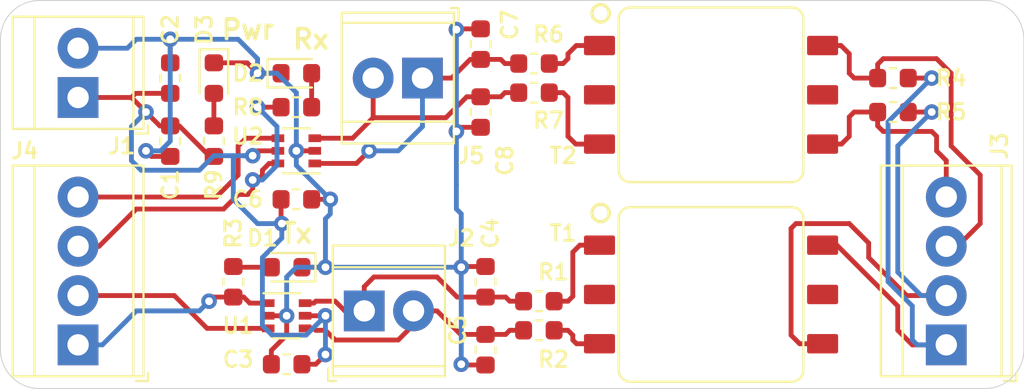
<source format=kicad_pcb>
(kicad_pcb (version 20221018) (generator pcbnew)
  (layers (0 "F.Cu" signal) (31 "B.Cu" signal) (34 "B.Paste" user) (35 "F.Paste" user) (36 "B.SilkS" user "B.Silkscreen") (37 "F.SilkS" user "F.Silkscreen") (38 "B.Mask" user) (39 "F.Mask" user) (44 "Edge.Cuts" user))
  (net 0 "")
  (net 1 "GND")
  (net 2 "+3V3")
  (net 3 "Net-(C4-Pad2)")
  (net 4 "Net-(C5-Pad2)")
  (net 5 "Net-(C7-Pad2)")
  (net 6 "Net-(C8-Pad2)")
  (net 7 "Net-(D1-Pad2)")
  (net 8 "Net-(D2-Pad2)")
  (net 9 "Net-(D3-Pad2)")
  (net 10 "Net-(J3-Pad4)")
  (net 11 "Net-(J3-Pad3)")
  (net 12 "Net-(J3-Pad2)")
  (net 13 "Net-(J3-Pad1)")
  (net 14 "Net-(J4-Pad4)")
  (net 15 "Net-(J4-Pad3)")
  (net 16 "Net-(J4-Pad2)")
  (net 17 "Net-(J4-Pad1)")
  (net 18 "Net-(R1-Pad1)")
  (net 19 "Net-(R2-Pad1)")
  (net 20 "Net-(R6-Pad1)")
  (net 21 "Net-(R7-Pad1)")
  (net 22 "Net-(T1-Pad5)")
  (net 23 "Net-(T1-Pad2)")
  (net 24 "Net-(T2-Pad5)")
  (net 25 "Net-(T2-Pad2)")
  (footprint "Capacitor_SMD:C_0603_1608Metric" (layer "F.Cu") (at 119.75 94 90)
    (fp_text reference "C2" (at 2.5 0 90) (layer "F.SilkS") (effects (font (size 0.8 0.8))))
    (fp_text value "1uF" hide)
    (fp_line (start -0.162779 -0.51) (end 0.162779 -0.51) (stroke (width 0.12)) (layer "F.SilkS"))
    (fp_line (start -0.162779 0.51) (end 0.162779 0.51) (stroke (width 0.12)) (layer "F.SilkS"))
    (pad "1" smd roundrect (at -0.7875 0 90) (size 0.875 0.95) (layers "F.Cu" "F.Paste" "F.Mask") (net 2 "+3V3"))
    (pad "2" smd roundrect (at 0.7875 0 90) (size 0.875 0.95) (layers "F.Cu" "F.Paste" "F.Mask") (net 1 "GND"))
  )
  (footprint "Capacitor_SMD:C_0603_1608Metric" (layer "F.Cu") (at 125.75 108.75 180)
    (fp_text reference "C3" (at 2.5 0.25) (layer "F.SilkS") (effects (font (size 0.8 0.8))))
    (fp_text value "0.1uF" hide)
    (fp_line (start -0.162779 -0.51) (end 0.162779 -0.51) (stroke (width 0.12)) (layer "F.SilkS"))
    (fp_line (start -0.162779 0.51) (end 0.162779 0.51) (stroke (width 0.12)) (layer "F.SilkS"))
    (pad "1" smd roundrect (at -0.7875 0 180) (size 0.875 0.95) (layers "F.Cu" "F.Paste" "F.Mask") (net 2 "+3V3"))
    (pad "2" smd roundrect (at 0.7875 0 180) (size 0.875 0.95) (layers "F.Cu" "F.Paste" "F.Mask") (net 1 "GND"))
  )
  (footprint "Capacitor_SMD:C_0603_1608Metric" (layer "F.Cu") (at 136 104.5 -90)
    (fp_text reference "C4" (at -2.5 -0.25 90) (layer "F.SilkS") (effects (font (size 0.8 0.8))))
    (fp_text value "1nf" hide)
    (fp_line (start -0.162779 -0.51) (end 0.162779 -0.51) (stroke (width 0.12)) (layer "F.SilkS"))
    (fp_line (start -0.162779 0.51) (end 0.162779 0.51) (stroke (width 0.12)) (layer "F.SilkS"))
    (pad "1" smd roundrect (at -0.7875 0 270) (size 0.875 0.95) (layers "F.Cu" "F.Paste" "F.Mask") (net 1 "GND"))
    (pad "2" smd roundrect (at 0.7875 0 270) (size 0.875 0.95) (layers "F.Cu" "F.Paste" "F.Mask") (net 3 "Net-(C4-Pad2)"))
  )
  (footprint "Capacitor_SMD:C_0603_1608Metric" (layer "F.Cu") (at 136 108 90)
    (fp_text reference "C5" (at 1 -1.43 90) (layer "F.SilkS") (effects (font (size 0.8 0.8))))
    (fp_text value "1nf" hide)
    (fp_line (start -0.162779 -0.51) (end 0.162779 -0.51) (stroke (width 0.12)) (layer "F.SilkS"))
    (fp_line (start -0.162779 0.51) (end 0.162779 0.51) (stroke (width 0.12)) (layer "F.SilkS"))
    (pad "1" smd roundrect (at -0.7875 0 90) (size 0.875 0.95) (layers "F.Cu" "F.Paste" "F.Mask") (net 1 "GND"))
    (pad "2" smd roundrect (at 0.7875 0 90) (size 0.875 0.95) (layers "F.Cu" "F.Paste" "F.Mask") (net 4 "Net-(C5-Pad2)"))
  )
  (footprint "Capacitor_SMD:C_0603_1608Metric" (layer "F.Cu") (at 126.25 100.25)
    (fp_text reference "C6" (at -2.5 0) (layer "F.SilkS") (effects (font (size 0.8 0.8))))
    (fp_text value "0.1uF" hide)
    (fp_line (start -0.162779 -0.51) (end 0.162779 -0.51) (stroke (width 0.12)) (layer "F.SilkS"))
    (fp_line (start -0.162779 0.51) (end 0.162779 0.51) (stroke (width 0.12)) (layer "F.SilkS"))
    (pad "1" smd roundrect (at -0.7875 0) (size 0.875 0.95) (layers "F.Cu" "F.Paste" "F.Mask") (net 2 "+3V3"))
    (pad "2" smd roundrect (at 0.7875 0) (size 0.875 0.95) (layers "F.Cu" "F.Paste" "F.Mask") (net 1 "GND"))
  )
  (footprint "Capacitor_SMD:C_0603_1608Metric" (layer "F.Cu") (at 135.75 92.25 -90)
    (fp_text reference "C7" (at -1 -1.5 90) (layer "F.SilkS") (effects (font (size 0.8 0.8))))
    (fp_text value "1nf" hide)
    (fp_line (start -0.162779 -0.51) (end 0.162779 -0.51) (stroke (width 0.12)) (layer "F.SilkS"))
    (fp_line (start -0.162779 0.51) (end 0.162779 0.51) (stroke (width 0.12)) (layer "F.SilkS"))
    (pad "1" smd roundrect (at -0.7875 0 270) (size 0.875 0.95) (layers "F.Cu" "F.Paste" "F.Mask") (net 1 "GND"))
    (pad "2" smd roundrect (at 0.7875 0 270) (size 0.875 0.95) (layers "F.Cu" "F.Paste" "F.Mask") (net 5 "Net-(C7-Pad2)"))
  )
  (footprint "Capacitor_SMD:C_0603_1608Metric" (layer "F.Cu") (at 135.75 95.75 90)
    (fp_text reference "C8" (at -2.5 1.25 90) (layer "F.SilkS") (effects (font (size 0.8 0.8))))
    (fp_text value "1nf" hide)
    (fp_line (start -0.162779 -0.51) (end 0.162779 -0.51) (stroke (width 0.12)) (layer "F.SilkS"))
    (fp_line (start -0.162779 0.51) (end 0.162779 0.51) (stroke (width 0.12)) (layer "F.SilkS"))
    (pad "1" smd roundrect (at -0.7875 0 90) (size 0.875 0.95) (layers "F.Cu" "F.Paste" "F.Mask") (net 1 "GND"))
    (pad "2" smd roundrect (at 0.7875 0 90) (size 0.875 0.95) (layers "F.Cu" "F.Paste" "F.Mask") (net 6 "Net-(C8-Pad2)"))
  )
  (footprint "LED_SMD:LED_0603_1608Metric" (layer "F.Cu") (at 126.25 93.75)
    (fp_text reference "D2" (at -2.5 0) (layer "F.SilkS") (effects (font (size 0.8 0.8))))
    (fp_text value "LED" hide)
    (fp_line (start -1.485 -0.735) (end -1.485 0.735) (stroke (width 0.12)) (layer "F.SilkS"))
    (fp_line (start -1.485 0.735) (end 0.8 0.735) (stroke (width 0.12)) (layer "F.SilkS"))
    (fp_line (start 0.8 -0.735) (end -1.485 -0.735) (stroke (width 0.12)) (layer "F.SilkS"))
    (pad "1" smd roundrect (at -0.7875 0) (size 0.875 0.95) (layers "F.Cu" "F.Paste" "F.Mask") (net 1 "GND"))
    (pad "2" smd roundrect (at 0.7875 0) (size 0.875 0.95) (layers "F.Cu" "F.Paste" "F.Mask") (net 8 "Net-(D2-Pad2)"))
  )
  (footprint "LED_SMD:LED_0603_1608Metric" (layer "F.Cu") (at 122 94 -90)
    (fp_text reference "D3" (at -2.5 0.5 90) (layer "F.SilkS") (effects (font (size 0.8 0.8))))
    (fp_text value "LED" hide)
    (fp_line (start -1.485 -0.735) (end -1.485 0.735) (stroke (width 0.12)) (layer "F.SilkS"))
    (fp_line (start -1.485 0.735) (end 0.8 0.735) (stroke (width 0.12)) (layer "F.SilkS"))
    (fp_line (start 0.8 -0.735) (end -1.485 -0.735) (stroke (width 0.12)) (layer "F.SilkS"))
    (pad "1" smd roundrect (at -0.7875 0 270) (size 0.875 0.95) (layers "F.Cu" "F.Paste" "F.Mask") (net 1 "GND"))
    (pad "2" smd roundrect (at 0.7875 0 270) (size 0.875 0.95) (layers "F.Cu" "F.Paste" "F.Mask") (net 9 "Net-(D3-Pad2)"))
  )
  (footprint "TerminalBlock_TE-Connectivity:TerminalBlock_TE_282834-2_1x02_P2.54mm_Horizontal" (layer "F.Cu") (at 115 95 90)
    (fp_text reference "J1" (at -2.5 2.25 180) (layer "F.SilkS") (effects (font (size 0.8 0.8))))
    (fp_text value "Screw_Terminal_01x02" hide)
    (fp_line (start -1.86 2.97) (end -1.86 3.61) (stroke (width 0.12)) (layer "F.SilkS"))
    (fp_line (start -1.86 3.61) (end -1.46 3.61) (stroke (width 0.12)) (layer "F.SilkS"))
    (fp_line (start -1.62 -3.37) (end -1.62 3.37) (stroke (width 0.12)) (layer "F.SilkS"))
    (fp_line (start -1.62 -3.37) (end 4.16 -3.37) (stroke (width 0.12)) (layer "F.SilkS"))
    (fp_line (start -1.62 -2.25) (end 4.16 -2.25) (stroke (width 0.12)) (layer "F.SilkS"))
    (fp_line (start -1.62 2.85) (end 4.16 2.85) (stroke (width 0.12)) (layer "F.SilkS"))
    (fp_line (start -1.62 3.37) (end 4.16 3.37) (stroke (width 0.12)) (layer "F.SilkS"))
    (fp_line (start 4.16 -3.37) (end 4.16 3.37) (stroke (width 0.12)) (layer "F.SilkS"))
    (pad "1" thru_hole rect (at 0 0 90) (size 2.1 2.1) (drill 1.1) (layers "*.Cu" "*.Mask") (net 2 "+3V3"))
    (pad "2" thru_hole circle (at 2.54 0 90) (size 2.1 2.1) (drill 1.1) (layers "*.Cu" "*.Mask") (net 1 "GND"))
  )
  (footprint "TerminalBlock_TE-Connectivity:TerminalBlock_TE_282834-2_1x02_P2.54mm_Horizontal" (layer "F.Cu") (at 129.75 106)
    (fp_text reference "J2" (at 5 -3.75) (layer "F.SilkS") (effects (font (size 0.8 0.8))))
    (fp_text value "DNP" hide)
    (fp_line (start -1.86 2.97) (end -1.86 3.61) (stroke (width 0.12)) (layer "F.SilkS"))
    (fp_line (start -1.86 3.61) (end -1.46 3.61) (stroke (width 0.12)) (layer "F.SilkS"))
    (fp_line (start -1.62 -3.37) (end -1.62 3.37) (stroke (width 0.12)) (layer "F.SilkS"))
    (fp_line (start -1.62 -3.37) (end 4.16 -3.37) (stroke (width 0.12)) (layer "F.SilkS"))
    (fp_line (start -1.62 -2.25) (end 4.16 -2.25) (stroke (width 0.12)) (layer "F.SilkS"))
    (fp_line (start -1.62 2.85) (end 4.16 2.85) (stroke (width 0.12)) (layer "F.SilkS"))
    (fp_line (start -1.62 3.37) (end 4.16 3.37) (stroke (width 0.12)) (layer "F.SilkS"))
    (fp_line (start 4.16 -3.37) (end 4.16 3.37) (stroke (width 0.12)) (layer "F.SilkS"))
    (pad "1" thru_hole rect (at 0 0) (size 2.1 2.1) (drill 1.1) (layers "*.Cu" "*.Mask") (net 3 "Net-(C4-Pad2)"))
    (pad "2" thru_hole circle (at 2.54 0) (size 2.1 2.1) (drill 1.1) (layers "*.Cu" "*.Mask") (net 4 "Net-(C5-Pad2)"))
  )
  (footprint "TerminalBlock_TE-Connectivity:TerminalBlock_TE_282834-4_1x04_P2.54mm_Horizontal" (layer "F.Cu") (at 159.75 107.75 90)
    (fp_text reference "J3" (at 10.25 2.75 90) (layer "F.SilkS") (effects (font (size 0.8 0.8))))
    (fp_text value "Screw_Terminal_01x04" hide)
    (fp_line (start -1.86 2.97) (end -1.86 3.61) (stroke (width 0.12)) (layer "F.SilkS"))
    (fp_line (start -1.86 3.61) (end -1.46 3.61) (stroke (width 0.12)) (layer "F.SilkS"))
    (fp_line (start -1.62 -3.37) (end -1.62 3.37) (stroke (width 0.12)) (layer "F.SilkS"))
    (fp_line (start -1.62 -3.37) (end 9.241 -3.37) (stroke (width 0.12)) (layer "F.SilkS"))
    (fp_line (start -1.62 -2.25) (end 9.241 -2.25) (stroke (width 0.12)) (layer "F.SilkS"))
    (fp_line (start -1.62 2.85) (end 9.241 2.85) (stroke (width 0.12)) (layer "F.SilkS"))
    (fp_line (start -1.62 3.37) (end 9.241 3.37) (stroke (width 0.12)) (layer "F.SilkS"))
    (fp_line (start 9.241 -3.37) (end 9.241 3.37) (stroke (width 0.12)) (layer "F.SilkS"))
    (pad "1" thru_hole rect (at 0 0 90) (size 2.1 2.1) (drill 1.1) (layers "*.Cu" "*.Mask") (net 13 "Net-(J3-Pad1)"))
    (pad "2" thru_hole circle (at 2.54 0 90) (size 2.1 2.1) (drill 1.1) (layers "*.Cu" "*.Mask") (net 12 "Net-(J3-Pad2)"))
    (pad "3" thru_hole circle (at 5.08 0 90) (size 2.1 2.1) (drill 1.1) (layers "*.Cu" "*.Mask") (net 11 "Net-(J3-Pad3)"))
    (pad "4" thru_hole circle (at 7.62 0 90) (size 2.1 2.1) (drill 1.1) (layers "*.Cu" "*.Mask") (net 10 "Net-(J3-Pad4)"))
  )
  (footprint "TerminalBlock_TE-Connectivity:TerminalBlock_TE_282834-4_1x04_P2.54mm_Horizontal" (layer "F.Cu") (at 115 107.75 90)
    (fp_text reference "J4" (at 10 -2.75 180) (layer "F.SilkS") (effects (font (size 0.8 0.8))))
    (fp_text value "Screw_Terminal_01x04" hide)
    (fp_line (start -1.86 2.97) (end -1.86 3.61) (stroke (width 0.12)) (layer "F.SilkS"))
    (fp_line (start -1.86 3.61) (end -1.46 3.61) (stroke (width 0.12)) (layer "F.SilkS"))
    (fp_line (start -1.62 -3.37) (end -1.62 3.37) (stroke (width 0.12)) (layer "F.SilkS"))
    (fp_line (start -1.62 -3.37) (end 9.241 -3.37) (stroke (width 0.12)) (layer "F.SilkS"))
    (fp_line (start -1.62 -2.25) (end 9.241 -2.25) (stroke (width 0.12)) (layer "F.SilkS"))
    (fp_line (start -1.62 2.85) (end 9.241 2.85) (stroke (width 0.12)) (layer "F.SilkS"))
    (fp_line (start -1.62 3.37) (end 9.241 3.37) (stroke (width 0.12)) (layer "F.SilkS"))
    (fp_line (start 9.241 -3.37) (end 9.241 3.37) (stroke (width 0.12)) (layer "F.SilkS"))
    (pad "1" thru_hole rect (at 0 0 90) (size 2.1 2.1) (drill 1.1) (layers "*.Cu" "*.Mask") (net 17 "Net-(J4-Pad1)"))
    (pad "2" thru_hole circle (at 2.54 0 90) (size 2.1 2.1) (drill 1.1) (layers "*.Cu" "*.Mask") (net 16 "Net-(J4-Pad2)"))
    (pad "3" thru_hole circle (at 5.08 0 90) (size 2.1 2.1) (drill 1.1) (layers "*.Cu" "*.Mask") (net 15 "Net-(J4-Pad3)"))
    (pad "4" thru_hole circle (at 7.62 0 90) (size 2.1 2.1) (drill 1.1) (layers "*.Cu" "*.Mask") (net 14 "Net-(J4-Pad4)"))
  )
  (footprint "Resistor_SMD:R_0603_1608Metric" (layer "F.Cu") (at 138.75 105.5 180)
    (fp_text reference "R1" (at -0.75 1.5) (layer "F.SilkS") (effects (font (size 0.8 0.8))))
    (fp_text value "0" hide)
    (fp_line (start -0.162779 -0.51) (end 0.162779 -0.51) (stroke (width 0.12)) (layer "F.SilkS"))
    (fp_line (start -0.162779 0.51) (end 0.162779 0.51) (stroke (width 0.12)) (layer "F.SilkS"))
    (pad "1" smd roundrect (at -0.7875 0 180) (size 0.875 0.95) (layers "F.Cu" "F.Paste" "F.Mask") (net 18 "Net-(R1-Pad1)"))
    (pad "2" smd roundrect (at 0.7875 0 180) (size 0.875 0.95) (layers "F.Cu" "F.Paste" "F.Mask") (net 3 "Net-(C4-Pad2)"))
  )
  (footprint "Resistor_SMD:R_0603_1608Metric" (layer "F.Cu") (at 157 94 180)
    (fp_text reference "R4" (at -3 0) (layer "F.SilkS") (effects (font (size 0.8 0.8))))
    (fp_text value "0" hide)
    (fp_line (start -0.162779 -0.51) (end 0.162779 -0.51) (stroke (width 0.12)) (layer "F.SilkS"))
    (fp_line (start -0.162779 0.51) (end 0.162779 0.51) (stroke (width 0.12)) (layer "F.SilkS"))
    (pad "1" smd roundrect (at -0.7875 0 180) (size 0.875 0.95) (layers "F.Cu" "F.Paste" "F.Mask") (net 13 "Net-(J3-Pad1)"))
    (pad "2" smd roundrect (at 0.7875 0 180) (size 0.875 0.95) (layers "F.Cu" "F.Paste" "F.Mask") (net 11 "Net-(J3-Pad3)"))
  )
  (footprint "Resistor_SMD:R_0603_1608Metric" (layer "F.Cu") (at 157 95.75)
    (fp_text reference "R5" (at 3 0) (layer "F.SilkS") (effects (font (size 0.8 0.8))))
    (fp_text value "0" hide)
    (fp_line (start -0.162779 -0.51) (end 0.162779 -0.51) (stroke (width 0.12)) (layer "F.SilkS"))
    (fp_line (start -0.162779 0.51) (end 0.162779 0.51) (stroke (width 0.12)) (layer "F.SilkS"))
    (pad "1" smd roundrect (at -0.7875 0) (size 0.875 0.95) (layers "F.Cu" "F.Paste" "F.Mask") (net 10 "Net-(J3-Pad4)"))
    (pad "2" smd roundrect (at 0.7875 0) (size 0.875 0.95) (layers "F.Cu" "F.Paste" "F.Mask") (net 12 "Net-(J3-Pad2)"))
  )
  (footprint "Resistor_SMD:R_0603_1608Metric" (layer "F.Cu") (at 138.5 93.25 180)
    (fp_text reference "R6" (at -0.75 1.5) (layer "F.SilkS") (effects (font (size 0.8 0.8))))
    (fp_text value "1k" hide)
    (fp_line (start -0.162779 -0.51) (end 0.162779 -0.51) (stroke (width 0.12)) (layer "F.SilkS"))
    (fp_line (start -0.162779 0.51) (end 0.162779 0.51) (stroke (width 0.12)) (layer "F.SilkS"))
    (pad "1" smd roundrect (at -0.7875 0 180) (size 0.875 0.95) (layers "F.Cu" "F.Paste" "F.Mask") (net 20 "Net-(R6-Pad1)"))
    (pad "2" smd roundrect (at 0.7875 0 180) (size 0.875 0.95) (layers "F.Cu" "F.Paste" "F.Mask") (net 5 "Net-(C7-Pad2)"))
  )
  (footprint "Resistor_SMD:R_0603_1608Metric" (layer "F.Cu") (at 138.5 94.75 180)
    (fp_text reference "R7" (at -0.75 -1.43) (layer "F.SilkS") (effects (font (size 0.8 0.8))))
    (fp_text value "1k" hide)
    (fp_line (start -0.162779 -0.51) (end 0.162779 -0.51) (stroke (width 0.12)) (layer "F.SilkS"))
    (fp_line (start -0.162779 0.51) (end 0.162779 0.51) (stroke (width 0.12)) (layer "F.SilkS"))
    (pad "1" smd roundrect (at -0.7875 0 180) (size 0.875 0.95) (layers "F.Cu" "F.Paste" "F.Mask") (net 21 "Net-(R7-Pad1)"))
    (pad "2" smd roundrect (at 0.7875 0 180) (size 0.875 0.95) (layers "F.Cu" "F.Paste" "F.Mask") (net 6 "Net-(C8-Pad2)"))
  )
  (footprint "Resistor_SMD:R_0603_1608Metric" (layer "F.Cu") (at 126.25 95.5 180)
    (fp_text reference "R8" (at 2.5 0) (layer "F.SilkS") (effects (font (size 0.8 0.8))))
    (fp_text value "330R" hide)
    (fp_line (start -0.162779 -0.51) (end 0.162779 -0.51) (stroke (width 0.12)) (layer "F.SilkS"))
    (fp_line (start -0.162779 0.51) (end 0.162779 0.51) (stroke (width 0.12)) (layer "F.SilkS"))
    (pad "1" smd roundrect (at -0.7875 0 180) (size 0.875 0.95) (layers "F.Cu" "F.Paste" "F.Mask") (net 8 "Net-(D2-Pad2)"))
    (pad "2" smd roundrect (at 0.7875 0 180) (size 0.875 0.95) (layers "F.Cu" "F.Paste" "F.Mask") (net 15 "Net-(J4-Pad3)"))
  )
  (footprint "Resistor_SMD:R_0603_1608Metric" (layer "F.Cu") (at 122 97.25 -90)
    (fp_text reference "R9" (at 2.25 0 90) (layer "F.SilkS") (effects (font (size 0.8 0.8))))
    (fp_text value "330R" hide)
    (fp_line (start -0.162779 -0.51) (end 0.162779 -0.51) (stroke (width 0.12)) (layer "F.SilkS"))
    (fp_line (start -0.162779 0.51) (end 0.162779 0.51) (stroke (width 0.12)) (layer "F.SilkS"))
    (pad "1" smd roundrect (at -0.7875 0 270) (size 0.875 0.95) (layers "F.Cu" "F.Paste" "F.Mask") (net 9 "Net-(D3-Pad2)"))
    (pad "2" smd roundrect (at 0.7875 0 270) (size 0.875 0.95) (layers "F.Cu" "F.Paste" "F.Mask") (net 2 "+3V3"))
  )
  (footprint "1553-addon:786J" (layer "F.Cu") (at 147.624999 105.152214)
    (fp_text reference "T1" (at -7.624999 -3.152214 unlocked) (layer "F.SilkS") (effects (font (size 0.8 0.8))))
    (fp_text value "78604_9jc" hide)
    (fp_line (start -4.76 -3.9) (end -4.76 3.9) (stroke (width 0.12)) (layer "F.SilkS"))
    (fp_line (start -4.16 -4.5) (end 4.16 -4.5) (stroke (width 0.12)) (layer "F.SilkS"))
    (fp_line (start -4.16 4.5) (end 4.16 4.5) (stroke (width 0.12)) (layer "F.SilkS"))
    (fp_line (start 4.76 -3.9) (end 4.76 3.9) (stroke (width 0.12)) (layer "F.SilkS"))
    (fp_arc (start -4.76 -3.9) (mid -4.584264 -4.324264) (end -4.16 -4.5) (stroke (width 0.12)) (layer "F.SilkS"))
    (fp_arc (start -4.16 4.5) (mid -4.584264 4.324264) (end -4.76 3.9) (stroke (width 0.12)) (layer "F.SilkS"))
    (fp_arc (start 4.16 -4.5) (mid 4.584264 -4.324264) (end 4.76 -3.9) (stroke (width 0.12)) (layer "F.SilkS"))
    (fp_arc (start 4.76 3.9) (mid 4.584264 4.324264) (end 4.16 4.5) (stroke (width 0.12)) (layer "F.SilkS"))
    (fp_circle (center -5.69 -4.2) (end -5.242786 -4.2) (stroke (width 0.18)) (fill none) (layer "F.SilkS"))
    (pad "1" smd roundrect (at -5.75 -2.54) (size 1.6 1) (layers "F.Cu" "F.Paste" "F.Mask") (roundrect_rratio 0.1) (net 18 "Net-(R1-Pad1)"))
    (pad "2" smd roundrect (at -5.75 0) (size 1.6 1) (layers "F.Cu" "F.Paste" "F.Mask") (roundrect_rratio 0.1) (net 23 "Net-(T1-Pad2)"))
    (pad "3" smd roundrect (at -5.75 2.54) (size 1.6 1) (layers "F.Cu" "F.Paste" "F.Mask") (roundrect_rratio 0.1) (net 19 "Net-(R2-Pad1)"))
    (pad "4" smd roundrect (at 5.75 2.54) (size 1.6 1) (layers "F.Cu" "F.Paste" "F.Mask") (roundrect_rratio 0.1) (net 12 "Net-(J3-Pad2)"))
    (pad "5" smd roundrect (at 5.75 0) (size 1.6 1) (layers "F.Cu" "F.Paste" "F.Mask") (roundrect_rratio 0.1) (net 22 "Net-(T1-Pad5)"))
    (pad "6" smd roundrect (at 5.75 -2.54) (size 1.6 1) (layers "F.Cu" "F.Paste" "F.Mask") (roundrect_rratio 0.1) (net 13 "Net-(J3-Pad1)"))
  )
  (footprint "Package_TO_SOT_SMD:SOT-363_SC-70-6" (layer "F.Cu") (at 125.75 106.25)
    (fp_text reference "U1" (at -2.5 0.5) (layer "F.SilkS") (effects (font (size 0.8 0.8))))
    (fp_text value "nc7wz16p6x" hide)
    (fp_line (start -0.7 1.16) (end 0.7 1.16) (stroke (width 0.12)) (layer "F.SilkS"))
    (fp_line (start 0.7 -1.16) (end -1.2 -1.16) (stroke (width 0.12)) (layer "F.SilkS"))
    (pad "1" smd rect (at -0.95 -0.65) (size 0.65 0.4) (layers "F.Cu" "F.Paste" "F.Mask") (net 17 "Net-(J4-Pad1)"))
    (pad "2" smd rect (at -0.95 0) (size 0.65 0.4) (layers "F.Cu" "F.Paste" "F.Mask") (net 1 "GND"))
    (pad "3" smd rect (at -0.95 0.65) (size 0.65 0.4) (layers "F.Cu" "F.Paste" "F.Mask") (net 16 "Net-(J4-Pad2)"))
    (pad "4" smd rect (at 0.95 0.65) (size 0.65 0.4) (layers "F.Cu" "F.Paste" "F.Mask") (net 4 "Net-(C5-Pad2)"))
    (pad "5" smd rect (at 0.95 0) (size 0.65 0.4) (layers "F.Cu" "F.Paste" "F.Mask") (net 2 "+3V3"))
    (pad "6" smd rect (at 0.95 -0.65) (size 0.65 0.4) (layers "F.Cu" "F.Paste" "F.Mask") (net 3 "Net-(C4-Pad2)"))
  )
  (footprint "1553-addon:786J" (layer "F.Cu") (at 147.624999 94.862214)
    (fp_text reference "T2" (at -7.624999 3.137786 unlocked) (layer "F.SilkS") (effects (font (size 0.8 0.8))))
    (fp_text value "78604_9jc" hide)
    (fp_line (start -4.76 -3.9) (end -4.76 3.9) (stroke (width 0.12)) (layer "F.SilkS"))
    (fp_line (start -4.16 -4.5) (end 4.16 -4.5) (stroke (width 0.12)) (layer "F.SilkS"))
    (fp_line (start -4.16 4.5) (end 4.16 4.5) (stroke (width 0.12)) (layer "F.SilkS"))
    (fp_line (start 4.76 -3.9) (end 4.76 3.9) (stroke (width 0.12)) (layer "F.SilkS"))
    (fp_arc (start -4.76 -3.9) (mid -4.584264 -4.324264) (end -4.16 -4.5) (stroke (width 0.12)) (layer "F.SilkS"))
    (fp_arc (start -4.16 4.5) (mid -4.584264 4.324264) (end -4.76 3.9) (stroke (width 0.12)) (layer "F.SilkS"))
    (fp_arc (start 4.16 -4.5) (mid 4.584264 -4.324264) (end 4.76 -3.9) (stroke (width 0.12)) (layer "F.SilkS"))
    (fp_arc (start 4.76 3.9) (mid 4.584264 4.324264) (end 4.16 4.5) (stroke (width 0.12)) (layer "F.SilkS"))
    (fp_circle (center -5.69 -4.2) (end -5.242786 -4.2) (stroke (width 0.18)) (fill none) (layer "F.SilkS"))
    (pad "1" smd roundrect (at -5.75 -2.54) (size 1.6 1) (layers "F.Cu" "F.Paste" "F.Mask") (roundrect_rratio 0.1) (net 20 "Net-(R6-Pad1)"))
    (pad "2" smd roundrect (at -5.75 0) (size 1.6 1) (layers "F.Cu" "F.Paste" "F.Mask") (roundrect_rratio 0.1) (net 25 "Net-(T2-Pad2)"))
    (pad "3" smd roundrect (at -5.75 2.54) (size 1.6 1) (layers "F.Cu" "F.Paste" "F.Mask") (roundrect_rratio 0.1) (net 21 "Net-(R7-Pad1)"))
    (pad "4" smd roundrect (at 5.75 2.54) (size 1.6 1) (layers "F.Cu" "F.Paste" "F.Mask") (roundrect_rratio 0.1) (net 10 "Net-(J3-Pad4)"))
    (pad "5" smd roundrect (at 5.75 0) (size 1.6 1) (layers "F.Cu" "F.Paste" "F.Mask") (roundrect_rratio 0.1) (net 24 "Net-(T2-Pad5)"))
    (pad "6" smd roundrect (at 5.75 -2.54) (size 1.6 1) (layers "F.Cu" "F.Paste" "F.Mask") (roundrect_rratio 0.1) (net 11 "Net-(J3-Pad3)"))
  )
  (footprint "Package_TO_SOT_SMD:SOT-363_SC-70-6" (layer "F.Cu") (at 126.25 97.75 180)
    (fp_text reference "U2" (at 2.5 0.75) (layer "F.SilkS") (effects (font (size 0.8 0.8))))
    (fp_text value "nc7wz16p6x" hide)
    (fp_line (start -0.7 1.16) (end 0.7 1.16) (stroke (width 0.12)) (layer "F.SilkS"))
    (fp_line (start 0.7 -1.16) (end -1.2 -1.16) (stroke (width 0.12)) (layer "F.SilkS"))
    (pad "1" smd rect (at -0.95 -0.65 180) (size 0.65 0.4) (layers "F.Cu" "F.Paste" "F.Mask") (net 5 "Net-(C7-Pad2)"))
    (pad "2" smd rect (at -0.95 0 180) (size 0.65 0.4) (layers "F.Cu" "F.Paste" "F.Mask") (net 1 "GND"))
    (pad "3" smd rect (at -0.95 0.65 180) (size 0.65 0.4) (layers "F.Cu" "F.Paste" "F.Mask") (net 6 "Net-(C8-Pad2)"))
    (pad "4" smd rect (at 0.95 0.65 180) (size 0.65 0.4) (layers "F.Cu" "F.Paste" "F.Mask") (net 14 "Net-(J4-Pad4)"))
    (pad "5" smd rect (at 0.95 0 180) (size 0.65 0.4) (layers "F.Cu" "F.Paste" "F.Mask") (net 2 "+3V3"))
    (pad "6" smd rect (at 0.95 -0.65 180) (size 0.65 0.4) (layers "F.Cu" "F.Paste" "F.Mask") (net 15 "Net-(J4-Pad3)"))
  )
  (footprint "Capacitor_SMD:C_0603_1608Metric" (layer "F.Cu") (at 119.75 97.25 -90)
    (fp_text reference "C1" (at 2.25 0 90) (layer "F.SilkS") (effects (font (size 0.8 0.8))))
    (fp_text value "0.1uF" hide)
    (fp_line (start -0.162779 -0.51) (end 0.162779 -0.51) (stroke (width 0.12)) (layer "F.SilkS"))
    (fp_line (start -0.162779 0.51) (end 0.162779 0.51) (stroke (width 0.12)) (layer "F.SilkS"))
    (pad "1" smd roundrect (at -0.7875 0 270) (size 0.875 0.95) (layers "F.Cu" "F.Paste" "F.Mask") (net 2 "+3V3"))
    (pad "2" smd roundrect (at 0.7875 0 270) (size 0.875 0.95) (layers "F.Cu" "F.Paste" "F.Mask") (net 1 "GND"))
  )
  (footprint "LED_SMD:LED_0603_1608Metric" (layer "F.Cu") (at 125.75 103.75 180)
    (fp_text reference "D1" (at 1.25 1.5) (layer "F.SilkS") (effects (font (size 0.8 0.8))))
    (fp_text value "LED" hide)
    (fp_line (start -1.485 -0.735) (end -1.485 0.735) (stroke (width 0.12)) (layer "F.SilkS"))
    (fp_line (start -1.485 0.735) (end 0.8 0.735) (stroke (width 0.12)) (layer "F.SilkS"))
    (fp_line (start 0.8 -0.735) (end -1.485 -0.735) (stroke (width 0.12)) (layer "F.SilkS"))
    (pad "1" smd roundrect (at -0.7875 0 180) (size 0.875 0.95) (layers "F.Cu" "F.Paste" "F.Mask") (net 1 "GND"))
    (pad "2" smd roundrect (at 0.7875 0 180) (size 0.875 0.95) (layers "F.Cu" "F.Paste" "F.Mask") (net 7 "Net-(D1-Pad2)"))
  )
  (footprint "Resistor_SMD:R_0603_1608Metric" (layer "F.Cu") (at 123 104.5 -90)
    (fp_text reference "R3" (at -2.5 0 90) (layer "F.SilkS") (effects (font (size 0.8 0.8))))
    (fp_text value "330R" hide)
    (fp_line (start -0.162779 -0.51) (end 0.162779 -0.51) (stroke (width 0.12)) (layer "F.SilkS"))
    (fp_line (start -0.162779 0.51) (end 0.162779 0.51) (stroke (width 0.12)) (layer "F.SilkS"))
    (pad "1" smd roundrect (at -0.7875 0 270) (size 0.875 0.95) (layers "F.Cu" "F.Paste" "F.Mask") (net 7 "Net-(D1-Pad2)"))
    (pad "2" smd roundrect (at 0.7875 0 270) (size 0.875 0.95) (layers "F.Cu" "F.Paste" "F.Mask") (net 17 "Net-(J4-Pad1)"))
  )
  (footprint "Resistor_SMD:R_0603_1608Metric" (layer "F.Cu") (at 138.75 107 180)
    (fp_text reference "R2" (at -0.75 -1.5) (layer "F.SilkS") (effects (font (size 0.8 0.8))))
    (fp_text value "0" hide)
    (fp_line (start -0.162779 -0.51) (end 0.162779 -0.51) (stroke (width 0.12)) (layer "F.SilkS"))
    (fp_line (start -0.162779 0.51) (end 0.162779 0.51) (stroke (width 0.12)) (layer "F.SilkS"))
    (pad "1" smd roundrect (at -0.7875 0 180) (size 0.875 0.95) (layers "F.Cu" "F.Paste" "F.Mask") (net 19 "Net-(R2-Pad1)"))
    (pad "2" smd roundrect (at 0.7875 0 180) (size 0.875 0.95) (layers "F.Cu" "F.Paste" "F.Mask") (net 4 "Net-(C5-Pad2)"))
  )
  (footprint "TerminalBlock_TE-Connectivity:TerminalBlock_TE_282834-2_1x02_P2.54mm_Horizontal" (layer "F.Cu") (at 132.75 94 180)
    (fp_text reference "J5" (at -2.5 -4) (layer "F.SilkS") (effects (font (size 0.8 0.8))))
    (fp_text value "DNP" hide)
    (fp_line (start -1.86 2.97) (end -1.86 3.61) (stroke (width 0.12)) (layer "F.SilkS"))
    (fp_line (start -1.86 3.61) (end -1.46 3.61) (stroke (width 0.12)) (layer "F.SilkS"))
    (fp_line (start -1.62 -3.37) (end -1.62 3.37) (stroke (width 0.12)) (layer "F.SilkS"))
    (fp_line (start -1.62 -3.37) (end 4.16 -3.37) (stroke (width 0.12)) (layer "F.SilkS"))
    (fp_line (start -1.62 -2.25) (end 4.16 -2.25) (stroke (width 0.12)) (layer "F.SilkS"))
    (fp_line (start -1.62 2.85) (end 4.16 2.85) (stroke (width 0.12)) (layer "F.SilkS"))
    (fp_line (start -1.62 3.37) (end 4.16 3.37) (stroke (width 0.12)) (layer "F.SilkS"))
    (fp_line (start 4.16 -3.37) (end 4.16 3.37) (stroke (width 0.12)) (layer "F.SilkS"))
    (pad "1" thru_hole rect (at 0 0 180) (size 2.1 2.1) (drill 1.1) (layers "*.Cu" "*.Mask") (net 5 "Net-(C7-Pad2)"))
    (pad "2" thru_hole circle (at 2.54 0 180) (size 2.1 2.1) (drill 1.1) (layers "*.Cu" "*.Mask") (net 6 "Net-(C8-Pad2)"))
  )
  (gr_line (start 111 108) (end 111 92) (stroke (width 0.05)) (layer "Edge.Cuts"))
  (gr_arc (start 163.749999 107.999999) (mid 163.164213 109.414213) (end 161.75 110) (stroke (width 0.05)) (layer "Edge.Cuts"))
  (gr_arc (start 161.749999 90.000001) (mid 163.164213 90.585787) (end 163.75 92) (stroke (width 0.05)) (layer "Edge.Cuts"))
  (gr_arc (start 111 92) (mid 111.585786 90.585786) (end 112.999999 89.999999) (stroke (width 0.05)) (layer "Edge.Cuts"))
  (gr_line (start 112.999999 89.999999) (end 161.749999 90.000001) (stroke (width 0.05)) (layer "Edge.Cuts"))
  (gr_line (start 163.75 92) (end 163.749999 107.999999) (stroke (width 0.05)) (layer "Edge.Cuts"))
  (gr_arc (start 113 110) (mid 111.585786 109.414214) (end 111 108) (stroke (width 0.05)) (layer "Edge.Cuts"))
  (gr_line (start 161.75 110) (end 113 110) (stroke (width 0.05)) (layer "Edge.Cuts"))
  (gr_text "Rx" (at 127 92) (layer "F.SilkS") (effects (font (size 1 1) (thickness 0.2))))
  (gr_text "Tx" (at 126.25 102) (layer "F.SilkS") (effects (font (size 1 1) (thickness 0.2))))
  (gr_text "Pwr" (at 123.75 91.5) (layer "F.SilkS") (effects (font (size 1 1) (thickness 0.2))))
  (segment (start 122 93.2125) (end 123.7125 93.2125) (width 0.25) (layer "F.Cu") (net 1))
  (segment (start 125.4625 93.75) (end 124.25 93.75) (width 0.25) (layer "F.Cu") (net 1))
  (segment (start 118.7875 98.0375) (end 118.5 97.75) (width 0.25) (layer "F.Cu") (net 1))
  (segment (start 127.2 97.75) (end 126.25 97.75) (width 0.25) (layer "F.Cu") (net 1))
  (segment (start 119.75 98.0375) (end 118.7875 98.0375) (width 0.25) (layer "F.Cu") (net 1))
  (segment (start 127.0375 100.25) (end 128 100.25) (width 0.25) (layer "F.Cu") (net 1))
  (segment (start 126.5375 103.75) (end 127.75 103.75) (width 0.25) (layer "F.Cu") (net 1))
  (segment (start 124.9625 108.75) (end 124.9625 108.0375) (width 0.25) (layer "F.Cu") (net 1))
  (segment (start 135.75 91.4625) (end 134.5375 91.4625) (width 0.25) (layer "F.Cu") (net 1))
  (segment (start 134.7875 103.7125) (end 134.75 103.75) (width 0.25) (layer "F.Cu") (net 1))
  (segment (start 124.8 106.25) (end 125.75 106.25) (width 0.25) (layer "F.Cu") (net 1))
  (segment (start 135.75 96.5375) (end 134.7125 96.5375) (width 0.25) (layer "F.Cu") (net 1))
  (segment (start 125.75 106.25) (end 125.75 107.25) (width 0.25) (layer "F.Cu") (net 1))
  (segment (start 134.5375 91.4625) (end 134.5 91.5) (width 0.25) (layer "F.Cu") (net 1))
  (segment (start 136 108.7875) (end 134.7875 108.7875) (width 0.25) (layer "F.Cu") (net 1))
  (segment (start 134.7875 108.7875) (end 134.75 108.75) (width 0.25) (layer "F.Cu") (net 1))
  (segment (start 119.75 93.2125) (end 119.75 92) (width 0.25) (layer "F.Cu") (net 1))
  (segment (start 123.7125 93.2125) (end 124.25 93.75) (width 0.25) (layer "F.Cu") (net 1))
  (segment (start 136 103.7125) (end 134.7875 103.7125) (width 0.25) (layer "F.Cu") (net 1))
  (segment (start 124.9625 108.0375) (end 125.75 107.25) (width 0.25) (layer "F.Cu") (net 1))
  (segment (start 134.7125 96.5375) (end 134.5 96.75) (width 0.25) (layer "F.Cu") (net 1))
  (via (at 134.75 108.75) (size 0.8) (drill 0.4) (layers "F.Cu" "B.Cu") (net 1))
  (via (at 127.75 103.75) (size 0.8) (drill 0.4) (layers "F.Cu" "B.Cu") (net 1))
  (via (at 118.5 97.75) (size 0.8) (drill 0.4) (layers "F.Cu" "B.Cu") (net 1))
  (via (at 119.75 92) (size 0.8) (drill 0.4) (layers "F.Cu" "B.Cu") (net 1))
  (via (at 125.75 106.25) (size 0.8) (drill 0.4) (layers "F.Cu" "B.Cu") (net 1))
  (via (at 124.25 93.75) (size 0.8) (drill 0.4) (layers "F.Cu" "B.Cu") (net 1))
  (via (at 134.5 91.5) (size 0.8) (drill 0.4) (layers "F.Cu" "B.Cu") (net 1))
  (via (at 134.5 96.75) (size 0.8) (drill 0.4) (layers "F.Cu" "B.Cu") (net 1))
  (via (at 134.75 103.75) (size 0.8) (drill 0.4) (layers "F.Cu" "B.Cu") (net 1))
  (via (at 128 100.25) (size 0.8) (drill 0.4) (layers "F.Cu" "B.Cu") (net 1))
  (via (at 126.25 97.75) (size 0.8) (drill 0.4) (layers "F.Cu" "B.Cu") (net 1))
  (segment (start 134.75 108.75) (end 134.75 103.75) (width 0.25) (layer "B.Cu") (net 1))
  (segment (start 134.75 101) (end 134.5 100.75) (width 0.25) (layer "B.Cu") (net 1))
  (segment (start 119.75 92) (end 123.25 92) (width 0.25) (layer "B.Cu") (net 1))
  (segment (start 126.25 97.75) (end 126.25 98.5) (width 0.25) (layer "B.Cu") (net 1))
  (segment (start 127.75 103.75) (end 134.75 103.75) (width 0.25) (layer "B.Cu") (net 1))
  (segment (start 119.75 97.25) (end 119.75 92) (width 0.25) (layer "B.Cu") (net 1))
  (segment (start 125.75 106.25) (end 125.75 104.25) (width 0.25) (layer "B.Cu") (net 1))
  (segment (start 134.75 103.75) (end 134.75 101) (width 0.25) (layer "B.Cu") (net 1))
  (segment (start 118 92) (end 119.75 92) (width 0.25) (layer "B.Cu") (net 1))
  (segment (start 127.75 101.25) (end 127.75 103.75) (width 0.25) (layer "B.Cu") (net 1))
  (segment (start 126.25 98.5) (end 128 100.25) (width 0.25) (layer "B.Cu") (net 1))
  (segment (start 134.5 91.5) (end 134.5 96.75) (width 0.25) (layer "B.Cu") (net 1))
  (segment (start 128 101) (end 127.75 101.25) (width 0.25) (layer "B.Cu") (net 1))
  (segment (start 126.25 94.75) (end 126.25 97.75) (width 0.25) (layer "B.Cu") (net 1))
  (segment (start 117.54 92.46) (end 118 92) (width 0.25) (layer "B.Cu") (net 1))
  (segment (start 125.25 93.75) (end 126.25 94.75) (width 0.25) (layer "B.Cu") (net 1))
  (segment (start 123.25 92) (end 124.25 93) (width 0.25) (layer "B.Cu") (net 1))
  (segment (start 124.25 93) (end 124.25 93.75) (width 0.25) (layer "B.Cu") (net 1))
  (segment (start 125.75 104.25) (end 126.25 103.75) (width 0.25) (layer "B.Cu") (net 1))
  (segment (start 134.5 96.75) (end 134.5 99.5) (width 0.25) (layer "B.Cu") (net 1))
  (segment (start 124.25 93.75) (end 125.25 93.75) (width 0.25) (layer "B.Cu") (net 1))
  (segment (start 134.5 100.75) (end 134.5 99.5) (width 0.25) (layer "B.Cu") (net 1))
  (segment (start 118.5 97.75) (end 119.25 97.75) (width 0.25) (layer "B.Cu") (net 1))
  (segment (start 128 100.25) (end 128 101) (width 0.25) (layer "B.Cu") (net 1))
  (segment (start 126.25 103.75) (end 127.75 103.75) (width 0.25) (layer "B.Cu") (net 1))
  (segment (start 119.25 97.75) (end 119.75 97.25) (width 0.25) (layer "B.Cu") (net 1))
  (segment (start 115 92.46) (end 117.54 92.46) (width 0.25) (layer "B.Cu") (net 1))
  (segment (start 115 95) (end 117.75 95) (width 0.25) (layer "F.Cu") (net 2))
  (segment (start 121.7875 98.0375) (end 120.2125 96.4625) (width 0.25) (layer "F.Cu") (net 2))
  (segment (start 122 98.0375) (end 121.7875 98.0375) (width 0.25) (layer "F.Cu") (net 2))
  (segment (start 119.75 96.4625) (end 119.2125 96.4625) (width 0.25) (layer "F.Cu") (net 2))
  (segment (start 125.4625 101.4625) (end 125.5 101.5) (width 0.25) (layer "F.Cu") (net 2))
  (segment (start 117.9625 94.7875) (end 117.75 95) (width 0.25) (layer "F.Cu") (net 2))
  (segment (start 119.75 94.7875) (end 117.9625 94.7875) (width 0.25) (layer "F.Cu") (net 2))
  (segment (start 120.2125 96.4625) (end 119.75 96.4625) (width 0.25) (layer "F.Cu") (net 2))
  (segment (start 119.2125 96.4625) (end 118.5 95.75) (width 0.25) (layer "F.Cu") (net 2))
  (segment (start 119.75 94.7875) (end 119.4625 94.7875) (width 0.25) (layer "F.Cu") (net 2))
  (segment (start 125.4625 100.25) (end 125.4625 101.4625) (width 0.25) (layer "F.Cu") (net 2))
  (segment (start 126.5375 108.75) (end 127.25 108.75) (width 0.25) (layer "F.Cu") (net 2))
  (segment (start 127.25 108.75) (end 127.75 108.25) (width 0.25) (layer "F.Cu") (net 2))
  (segment (start 117.75 95) (end 118.5 95.75) (width 0.25) (layer "F.Cu") (net 2))
  (segment (start 125.3 97.75) (end 124.25 97.75) (width 0.25) (layer "F.Cu") (net 2))
  (segment (start 126.7 106.25) (end 127.75 106.25) (width 0.25) (layer "F.Cu") (net 2))
  (segment (start 124.25 97.75) (end 124 98) (width 0.25) (layer "F.Cu") (net 2))
  (via (at 127.75 106.25) (size 0.8) (drill 0.4) (layers "F.Cu" "B.Cu") (net 2))
  (via (at 118.5 95.75) (size 0.8) (drill 0.4) (layers "F.Cu" "B.Cu") (net 2))
  (via (at 125.5 101.5) (size 0.8) (drill 0.4) (layers "F.Cu" "B.Cu") (net 2))
  (via (at 124 98) (size 0.8) (drill 0.4) (layers "F.Cu" "B.Cu") (net 2))
  (via (at 127.75 108.25) (size 0.8) (drill 0.4) (layers "F.Cu" "B.Cu") (net 2))
  (segment (start 127.75 106.25) (end 126.75 107.25) (width 0.25) (layer "B.Cu") (net 2))
  (segment (start 124 98) (end 123.5 98) (width 0.25) (layer "B.Cu") (net 2))
  (segment (start 121.25 98.75) (end 122 98) (width 0.25) (layer "B.Cu") (net 2))
  (segment (start 122 98) (end 123 98) (width 0.25) (layer "B.Cu") (net 2))
  (segment (start 117.75 98.25) (end 118.25 98.75) (width 0.25) (layer "B.Cu") (net 2))
  (segment (start 125.5 102.25) (end 125.5 101.5) (width 0.25) (layer "B.Cu") (net 2))
  (segment (start 125 107.25) (end 124.5 106.75) (width 0.25) (layer "B.Cu") (net 2))
  (segment (start 124.5 106.75) (end 124.5 103.25) (width 0.25) (layer "B.Cu") (net 2))
  (segment (start 118.5 95.75) (end 117.75 96.5) (width 0.25) (layer "B.Cu") (net 2))
  (segment (start 118.25 98.75) (end 121.25 98.75) (width 0.25) (layer "B.Cu") (net 2))
  (segment (start 123 98) (end 124 98) (width 0.25) (layer "B.Cu") (net 2))
  (segment (start 127.75 106.25) (end 127.75 108.25) (width 0.25) (layer "B.Cu") (net 2))
  (segment (start 123 98.5) (end 123 98) (width 0.25) (layer "B.Cu") (net 2))
  (segment (start 124.25 101.5) (end 125.5 101.5) (width 0.25) (layer "B.Cu") (net 2))
  (segment (start 123 100.25) (end 124.25 101.5) (width 0.25) (layer "B.Cu") (net 2))
  (segment (start 124.5 103.25) (end 125.5 102.25) (width 0.25) (layer "B.Cu") (net 2))
  (segment (start 117.75 96.5) (end 117.75 98.25) (width 0.25) (layer "B.Cu") (net 2))
  (segment (start 123 98.5) (end 123 100.25) (width 0.25) (layer "B.Cu") (net 2))
  (segment (start 126.75 107.25) (end 125 107.25) (width 0.25) (layer "B.Cu") (net 2))
  (segment (start 127.25 105.5) (end 128.25 105.5) (width 0.25) (layer "F.Cu") (net 3))
  (segment (start 137.9625 105.5) (end 137.25 105.5) (width 0.25) (layer "F.Cu") (net 3))
  (segment (start 133.5 104.25) (end 134.5375 105.2875) (width 0.25) (layer "F.Cu") (net 3))
  (segment (start 127.15 105.6) (end 127.25 105.5) (width 0.25) (layer "F.Cu") (net 3))
  (segment (start 134.5375 105.2875) (end 136 105.2875) (width 0.25) (layer "F.Cu") (net 3))
  (segment (start 129.75 106) (end 128.75 106) (width 0.25) (layer "F.Cu") (net 3))
  (segment (start 137.0375 105.2875) (end 136 105.2875) (width 0.25) (layer "F.Cu") (net 3))
  (segment (start 126.7 105.6) (end 127.15 105.6) (width 0.25) (layer "F.Cu") (net 3))
  (segment (start 129.75 106) (end 129.75 104.75) (width 0.25) (layer "F.Cu") (net 3))
  (segment (start 129.75 104.75) (end 130.25 104.25) (width 0.25) (layer "F.Cu") (net 3))
  (segment (start 137.25 105.5) (end 137.0375 105.2875) (width 0.25) (layer "F.Cu") (net 3))
  (segment (start 130.25 104.25) (end 133.5 104.25) (width 0.25) (layer "F.Cu") (net 3))
  (segment (start 128.75 106) (end 128.25 105.5) (width 0.25) (layer "F.Cu") (net 3))
  (segment (start 137.9625 107) (end 137.25 107) (width 0.25) (layer "F.Cu") (net 4))
  (segment (start 132.29 106.71) (end 132.29 106) (width 0.25) (layer "F.Cu") (net 4))
  (segment (start 127.25 107) (end 127.75 107) (width 0.25) (layer "F.Cu") (net 4))
  (segment (start 128.25 107.5) (end 131.5 107.5) (width 0.25) (layer "F.Cu") (net 4))
  (segment (start 131.5 107.5) (end 132.29 106.71) (width 0.25) (layer "F.Cu") (net 4))
  (segment (start 134.7125 107.2125) (end 136 107.2125) (width 0.25) (layer "F.Cu") (net 4))
  (segment (start 137.0375 107.2125) (end 136 107.2125) (width 0.25) (layer "F.Cu") (net 4))
  (segment (start 133.5 106) (end 134.7125 107.2125) (width 0.25) (layer "F.Cu") (net 4))
  (segment (start 126.7 106.9) (end 127.15 106.9) (width 0.25) (layer "F.Cu") (net 4))
  (segment (start 127.15 106.9) (end 127.25 107) (width 0.25) (layer "F.Cu") (net 4))
  (segment (start 137.25 107) (end 137.0375 107.2125) (width 0.25) (layer "F.Cu") (net 4))
  (segment (start 127.75 107) (end 128.25 107.5) (width 0.25) (layer "F.Cu") (net 4))
  (segment (start 132.29 106) (end 133.5 106) (width 0.25) (layer "F.Cu") (net 4))
  (segment (start 135.2125 93.0375) (end 135.75 93.0375) (width 0.25) (layer "F.Cu") (net 5))
  (segment (start 134.25 94) (end 135.2125 93.0375) (width 0.25) (layer "F.Cu") (net 5))
  (segment (start 129.35 98.4) (end 130 97.75) (width 0.25) (layer "F.Cu") (net 5))
  (segment (start 127.2 98.4) (end 129.35 98.4) (width 0.25) (layer "F.Cu") (net 5))
  (segment (start 136.7875 93.0375) (end 137 93.25) (width 0.25) (layer "F.Cu") (net 5))
  (segment (start 135.75 93.0375) (end 136.7875 93.0375) (width 0.25) (layer "F.Cu") (net 5))
  (segment (start 137.7125 93.25) (end 137 93.25) (width 0.25) (layer "F.Cu") (net 5))
  (segment (start 132.75 94) (end 134.25 94) (width 0.25) (layer "F.Cu") (net 5))
  (via (at 130 97.75) (size 0.8) (drill 0.4) (layers "F.Cu" "B.Cu") (net 5))
  (segment (start 131.5 97.75) (end 130 97.75) (width 0.25) (layer "B.Cu") (net 5))
  (segment (start 132.75 96.5) (end 131.5 97.75) (width 0.25) (layer "B.Cu") (net 5))
  (segment (start 132.75 94) (end 132.75 96.5) (width 0.25) (layer "B.Cu") (net 5))
  (segment (start 127.2 97.1) (end 129.15 97.1) (width 0.25) (layer "F.Cu") (net 6))
  (segment (start 136.7875 94.9625) (end 137 94.75) (width 0.25) (layer "F.Cu") (net 6))
  (segment (start 129.15 97.1) (end 130.21 96.04) (width 0.25) (layer "F.Cu") (net 6))
  (segment (start 130.21 96.04) (end 133.96 96.04) (width 0.25) (layer "F.Cu") (net 6))
  (segment (start 137 94.75) (end 137.7125 94.75) (width 0.25) (layer "F.Cu") (net 6))
  (segment (start 130.21 96.04) (end 130.21 94) (width 0.25) (layer "F.Cu") (net 6))
  (segment (start 135.0375 94.9625) (end 135.75 94.9625) (width 0.25) (layer "F.Cu") (net 6))
  (segment (start 135.75 94.9625) (end 136.7875 94.9625) (width 0.25) (layer "F.Cu") (net 6))
  (segment (start 133.96 96.04) (end 135.0375 94.9625) (width 0.25) (layer "F.Cu") (net 6))
  (segment (start 124.9625 103.75) (end 123.0375 103.75) (width 0.25) (layer "F.Cu") (net 7))
  (segment (start 123.0375 103.75) (end 123 103.7125) (width 0.25) (layer "F.Cu") (net 7))
  (segment (start 127.0375 95.5) (end 127.0375 93.75) (width 0.25) (layer "F.Cu") (net 8))
  (segment (start 122 96.4625) (end 122 94.7875) (width 0.25) (layer "F.Cu") (net 9))
  (segment (start 159.25 97.75) (end 159.25 97) (width 0.25) (layer "F.Cu") (net 10))
  (segment (start 153.374999 97.402214) (end 154.347786 97.402214) (width 0.25) (layer "F.Cu") (net 10))
  (segment (start 159.75 98.25) (end 159.25 97.75) (width 0.25) (layer "F.Cu") (net 10))
  (segment (start 154.75 96) (end 155 95.75) (width 0.25) (layer "F.Cu") (net 10))
  (segment (start 154.347786 97.402214) (end 154.75 97) (width 0.25) (layer "F.Cu") (net 10))
  (segment (start 159.25 97) (end 159 96.75) (width 0.25) (layer "F.Cu") (net 10))
  (segment (start 156.5 96.75) (end 156.2125 96.4625) (width 0.25) (layer "F.Cu") (net 10))
  (segment (start 159.75 100.13) (end 159.75 98.25) (width 0.25) (layer "F.Cu") (net 10))
  (segment (start 159 96.75) (end 156.5 96.75) (width 0.25) (layer "F.Cu") (net 10))
  (segment (start 155 95.75) (end 156.2125 95.75) (width 0.25) (layer "F.Cu") (net 10))
  (segment (start 154.75 97) (end 154.75 96) (width 0.25) (layer "F.Cu") (net 10))
  (segment (start 156.2125 96.4625) (end 156.2125 95.75) (width 0.25) (layer "F.Cu") (net 10))
  (segment (start 160.33 102.67) (end 159.75 102.67) (width 0.25) (layer "F.Cu") (net 11))
  (segment (start 156.2125 93.2875) (end 156.5 93) (width 0.25) (layer "F.Cu") (net 11))
  (segment (start 154.322214 92.322214) (end 154.75 92.75) (width 0.25) (layer "F.Cu") (net 11))
  (segment (start 154.75 93.75) (end 155 94) (width 0.25) (layer "F.Cu") (net 11))
  (segment (start 155 94) (end 156.2125 94) (width 0.25) (layer "F.Cu") (net 11))
  (segment (start 156.2125 94) (end 156.2125 93.2875) (width 0.25) (layer "F.Cu") (net 11))
  (segment (start 161.5 99) (end 161.5 101.5) (width 0.25) (layer "F.Cu") (net 11))
  (segment (start 160 93.75) (end 160 97.5) (width 0.25) (layer "F.Cu") (net 11))
  (segment (start 160 97.5) (end 161.5 99) (width 0.25) (layer "F.Cu") (net 11))
  (segment (start 153.374999 92.322214) (end 154.322214 92.322214) (width 0.25) (layer "F.Cu") (net 11))
  (segment (start 156.5 93) (end 159.25 93) (width 0.25) (layer "F.Cu") (net 11))
  (segment (start 161.5 101.5) (end 160.33 102.67) (width 0.25) (layer "F.Cu") (net 11))
  (segment (start 154.75 92.75) (end 154.75 93.75) (width 0.25) (layer "F.Cu") (net 11))
  (segment (start 159.25 93) (end 160 93.75) (width 0.25) (layer "F.Cu") (net 11))
  (segment (start 155.75 103.25) (end 155.75 102.5) (width 0.25) (layer "F.Cu") (net 12))
  (segment (start 155.75 102.5) (end 154.75 101.5) (width 0.25) (layer "F.Cu") (net 12))
  (segment (start 159.75 105.21) (end 157.71 105.21) (width 0.25) (layer "F.Cu") (net 12))
  (segment (start 157.7875 95.75) (end 159 95.75) (width 0.25) (layer "F.Cu") (net 12))
  (segment (start 151.75 101.75) (end 152 101.5) (width 0.25) (layer "F.Cu") (net 12))
  (segment (start 157.71 105.21) (end 155.75 103.25) (width 0.25) (layer "F.Cu") (net 12))
  (segment (start 152.192214 107.692214) (end 151.75 107.25) (width 0.25) (layer "F.Cu") (net 12))
  (segment (start 152 101.5) (end 154.75 101.5) (width 0.25) (layer "F.Cu") (net 12))
  (segment (start 153.374999 107.692214) (end 152.192214 107.692214) (width 0.25) (layer "F.Cu") (net 12))
  (segment (start 151.75 107.25) (end 151.75 101.75) (width 0.25) (layer "F.Cu") (net 12))
  (via (at 159 95.75) (size 0.8) (drill 0.4) (layers "F.Cu" "B.Cu") (net 12))
  (segment (start 157.25 104) (end 157.25 97.5) (width 0.25) (layer "B.Cu") (net 12))
  (segment (start 157.25 97.5) (end 159 95.75) (width 0.25) (layer "B.Cu") (net 12))
  (segment (start 158.46 105.21) (end 157.25 104) (width 0.25) (layer "B.Cu") (net 12))
  (segment (start 159.75 105.21) (end 158.46 105.21) (width 0.25) (layer "B.Cu") (net 12))
  (segment (start 158 107.75) (end 159.75 107.75) (width 0.25) (layer "F.Cu") (net 13))
  (segment (start 157.25 105.75) (end 157.25 107) (width 0.25) (layer "F.Cu") (net 13))
  (segment (start 157.7875 94) (end 159 94) (width 0.25) (layer "F.Cu") (net 13))
  (segment (start 153.374999 102.612214) (end 154.112214 102.612214) (width 0.25) (layer "F.Cu") (net 13))
  (segment (start 157.25 107) (end 158 107.75) (width 0.25) (layer "F.Cu") (net 13))
  (segment (start 154.112214 102.612214) (end 157.25 105.75) (width 0.25) (layer "F.Cu") (net 13))
  (via (at 159 94) (size 0.8) (drill 0.4) (layers "F.Cu" "B.Cu") (net 13))
  (segment (start 158.25 107.75) (end 159.75 107.75) (width 0.25) (layer "B.Cu") (net 13))
  (segment (start 156.75 96.25) (end 156.75 104.5) (width 0.25) (layer "B.Cu") (net 13))
  (segment (start 158 107.5) (end 158.25 107.75) (width 0.25) (layer "B.Cu") (net 13))
  (segment (start 158 105.75) (end 158 107.5) (width 0.25) (layer "B.Cu") (net 13))
  (segment (start 156.75 104.5) (end 158 105.75) (width 0.25) (layer "B.Cu") (net 13))
  (segment (start 159 94) (end 156.75 96.25) (width 0.25) (layer "B.Cu") (net 13))
  (segment (start 123.25 97.5) (end 123.65 97.1) (width 0.25) (layer "F.Cu") (net 14))
  (segment (start 123.25 99) (end 123.25 97.5) (width 0.25) (layer "F.Cu") (net 14))
  (segment (start 115 100.13) (end 122.12 100.13) (width 0.25) (layer "F.Cu") (net 14))
  (segment (start 123.65 97.1) (end 125.3 97.1) (width 0.25) (layer "F.Cu") (net 14))
  (segment (start 122.12 100.13) (end 123.25 99) (width 0.25) (layer "F.Cu") (net 14))
  (segment (start 122.5 100.75) (end 123.25 100) (width 0.25) (layer "F.Cu") (net 15))
  (segment (start 124.5 98.75) (end 124.5 99) (width 0.25) (layer "F.Cu") (net 15))
  (segment (start 124.25 99.25) (end 124.5 99) (width 0.25) (layer "F.Cu") (net 15))
  (segment (start 125.4625 95.5) (end 124.25 95.5) (width 0.25) (layer "F.Cu") (net 15))
  (segment (start 124.85 98.4) (end 125.3 98.4) (width 0.25) (layer "F.Cu") (net 15))
  (segment (start 123.25 100) (end 123.75 100) (width 0.25) (layer "F.Cu") (net 15))
  (segment (start 124.5 98.75) (end 124.85 98.4) (width 0.25) (layer "F.Cu") (net 15))
  (segment (start 118 100.75) (end 122.5 100.75) (width 0.25) (layer "F.Cu") (net 15))
  (segment (start 124 99.25) (end 124.25 99.25) (width 0.25) (layer "F.Cu") (net 15))
  (segment (start 123.75 100) (end 124 99.75) (width 0.25) (layer "F.Cu") (net 15))
  (segment (start 115 102.67) (end 116.08 102.67) (width 0.25) (layer "F.Cu") (net 15))
  (segment (start 124 99.75) (end 124 99.25) (width 0.25) (layer "F.Cu") (net 15))
  (segment (start 116.08 102.67) (end 118 100.75) (width 0.25) (layer "F.Cu") (net 15))
  (via (at 124 99.25) (size 0.8) (drill 0.4) (layers "F.Cu" "B.Cu") (net 15))
  (via (at 124.25 95.5) (size 0.8) (drill 0.4) (layers "F.Cu" "B.Cu") (net 15))
  (segment (start 124 99.25) (end 124.5 99.25) (width 0.25) (layer "B.Cu") (net 15))
  (segment (start 125.25 96.5) (end 124.25 95.5) (width 0.25) (layer "B.Cu") (net 15))
  (segment (start 124.5 99.25) (end 125.25 98.5) (width 0.25) (layer "B.Cu") (net 15))
  (segment (start 125.25 98.5) (end 125.25 96.5) (width 0.25) (layer "B.Cu") (net 15))
  (segment (start 121.65 106.9) (end 119.96 105.21) (width 0.25) (layer "F.Cu") (net 16))
  (segment (start 119.96 105.21) (end 115 105.21) (width 0.25) (layer "F.Cu") (net 16))
  (segment (start 124.8 106.9) (end 121.65 106.9) (width 0.25) (layer "F.Cu") (net 16))
  (segment (start 123 105.2875) (end 121.9625 105.2875) (width 0.25) (layer "F.Cu") (net 17))
  (segment (start 123.5375 105.2875) (end 123 105.2875) (width 0.25) (layer "F.Cu") (net 17))
  (segment (start 124.8 105.6) (end 123.85 105.6) (width 0.25) (layer "F.Cu") (net 17))
  (segment (start 121.9625 105.2875) (end 121.75 105.5) (width 0.25) (layer "F.Cu") (net 17))
  (segment (start 123.85 105.6) (end 123.5375 105.2875) (width 0.25) (layer "F.Cu") (net 17))
  (via (at 121.75 105.5) (size 0.8) (drill 0.4) (layers "F.Cu" "B.Cu") (net 17))
  (segment (start 121.25 106) (end 118 106) (width 0.25) (layer "B.Cu") (net 17))
  (segment (start 118 106) (end 116.25 107.75) (width 0.25) (layer "B.Cu") (net 17))
  (segment (start 116.25 107.75) (end 115 107.75) (width 0.25) (layer "B.Cu") (net 17))
  (segment (start 121.75 105.5) (end 121.25 106) (width 0.25) (layer "B.Cu") (net 17))
  (segment (start 140.862214 102.612214) (end 141.874999 102.612214) (width 0.25) (layer "F.Cu") (net 18))
  (segment (start 139.5375 105.5) (end 140.25 105.5) (width 0.25) (layer "F.Cu") (net 18))
  (segment (start 140.25 105.5) (end 140.5 105.25) (width 0.25) (layer "F.Cu") (net 18))
  (segment (start 140.5 102.974428) (end 140.862214 102.612214) (width 0.25) (layer "F.Cu") (net 18))
  (segment (start 140.5 105.25) (end 140.5 102.974428) (width 0.25) (layer "F.Cu") (net 18))
  (segment (start 140.5 107.5) (end 140.5 107.25) (width 0.25) (layer "F.Cu") (net 19))
  (segment (start 141.874999 107.692214) (end 140.692214 107.692214) (width 0.25) (layer "F.Cu") (net 19))
  (segment (start 140.5 107.25) (end 140.25 107) (width 0.25) (layer "F.Cu") (net 19))
  (segment (start 139.5375 107) (end 140.25 107) (width 0.25) (layer "F.Cu") (net 19))
  (segment (start 140.692214 107.692214) (end 140.5 107.5) (width 0.25) (layer "F.Cu") (net 19))
  (segment (start 140.677786 92.322214) (end 141.874999 92.322214) (width 0.25) (layer "F.Cu") (net 20))
  (segment (start 139.2875 93.25) (end 140 93.25) (width 0.25) (layer "F.Cu") (net 20))
  (segment (start 140.25 93) (end 140.25 92.75) (width 0.25) (layer "F.Cu") (net 20))
  (segment (start 140.25 92.75) (end 140.677786 92.322214) (width 0.25) (layer "F.Cu") (net 20))
  (segment (start 140 93.25) (end 140.25 93) (width 0.25) (layer "F.Cu") (net 20))
  (segment (start 140.652214 97.402214) (end 141.874999 97.402214) (width 0.25) (layer "F.Cu") (net 21))
  (segment (start 140.25 95) (end 140.25 97) (width 0.25) (layer "F.Cu") (net 21))
  (segment (start 139.2875 94.75) (end 140 94.75) (width 0.25) (layer "F.Cu") (net 21))
  (segment (start 140 94.75) (end 140.25 95) (width 0.25) (layer "F.Cu") (net 21))
  (segment (start 140.25 97) (end 140.652214 97.402214) (width 0.25) (layer "F.Cu") (net 21))
)
</source>
